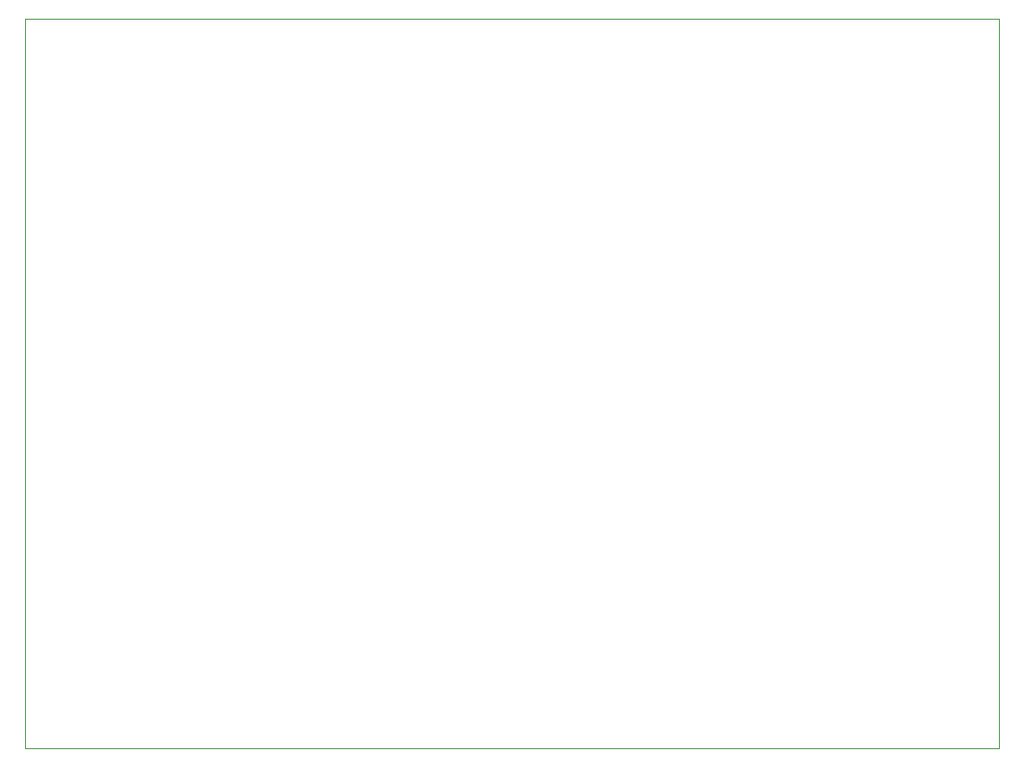
<source format=gbr>
%TF.GenerationSoftware,KiCad,Pcbnew,8.0.5*%
%TF.CreationDate,2024-12-20T12:29:36-05:00*%
%TF.ProjectId,Placa_Kicad,506c6163-615f-44b6-9963-61642e6b6963,rev?*%
%TF.SameCoordinates,Original*%
%TF.FileFunction,Profile,NP*%
%FSLAX46Y46*%
G04 Gerber Fmt 4.6, Leading zero omitted, Abs format (unit mm)*
G04 Created by KiCad (PCBNEW 8.0.5) date 2024-12-20 12:29:36*
%MOMM*%
%LPD*%
G01*
G04 APERTURE LIST*
%TA.AperFunction,Profile*%
%ADD10C,0.100000*%
%TD*%
G04 APERTURE END LIST*
D10*
X142621000Y-66675000D02*
X234823000Y-66675000D01*
X234823000Y-135763000D01*
X142621000Y-135763000D01*
X142621000Y-66675000D01*
M02*

</source>
